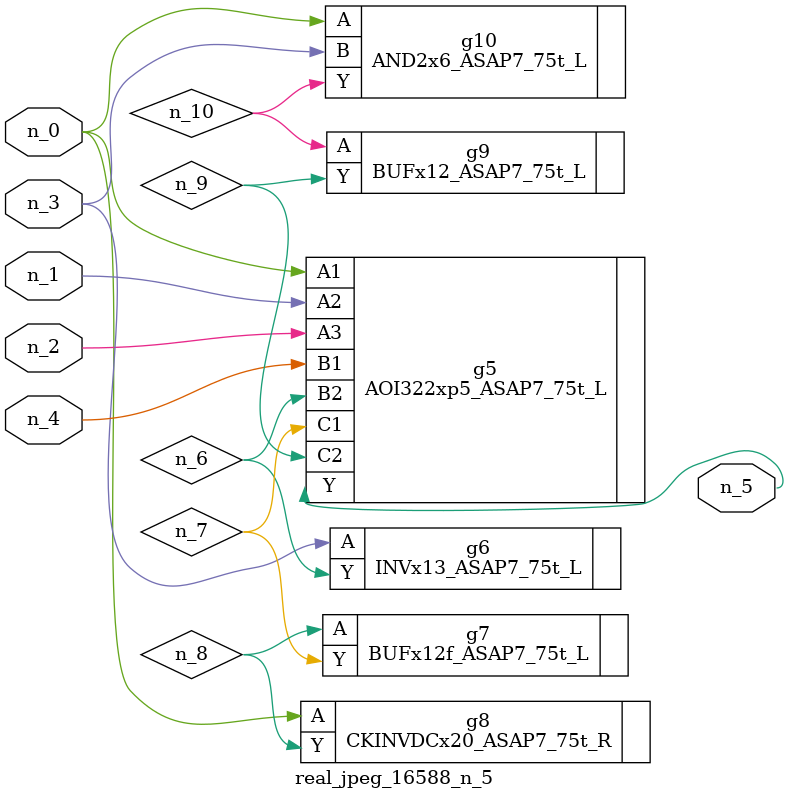
<source format=v>
module real_jpeg_16588_n_5 (n_4, n_0, n_1, n_2, n_3, n_5);

input n_4;
input n_0;
input n_1;
input n_2;
input n_3;

output n_5;

wire n_8;
wire n_6;
wire n_7;
wire n_10;
wire n_9;

AOI322xp5_ASAP7_75t_L g5 ( 
.A1(n_0),
.A2(n_1),
.A3(n_2),
.B1(n_4),
.B2(n_6),
.C1(n_7),
.C2(n_9),
.Y(n_5)
);

CKINVDCx20_ASAP7_75t_R g8 ( 
.A(n_0),
.Y(n_8)
);

AND2x6_ASAP7_75t_L g10 ( 
.A(n_0),
.B(n_3),
.Y(n_10)
);

INVx13_ASAP7_75t_L g6 ( 
.A(n_3),
.Y(n_6)
);

BUFx12f_ASAP7_75t_L g7 ( 
.A(n_8),
.Y(n_7)
);

BUFx12_ASAP7_75t_L g9 ( 
.A(n_10),
.Y(n_9)
);


endmodule
</source>
